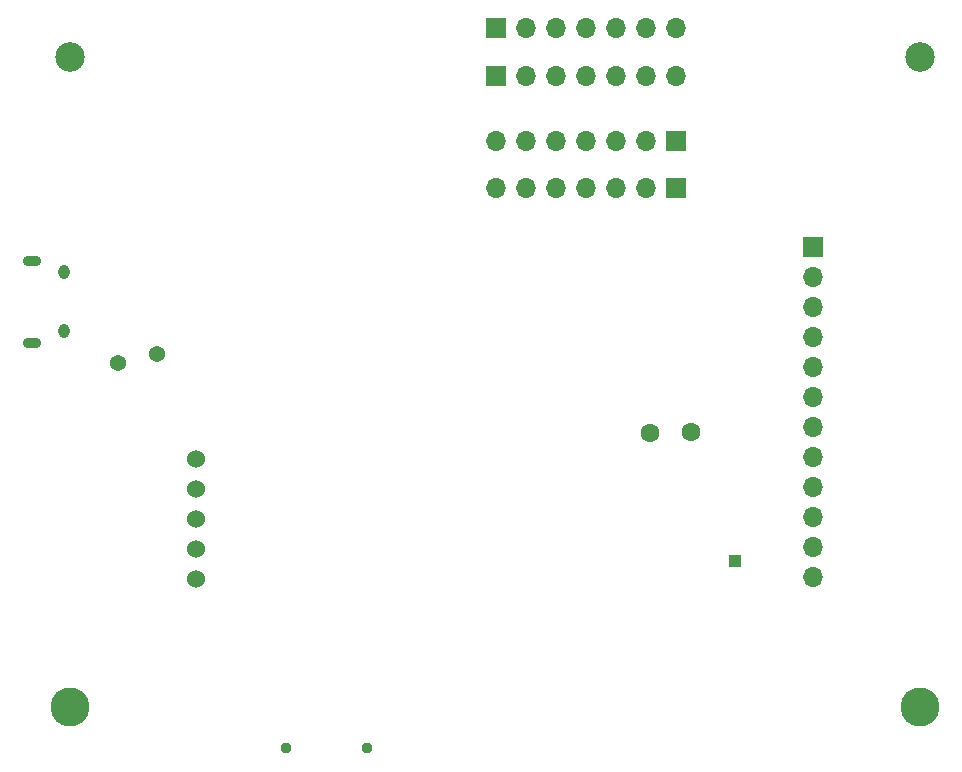
<source format=gbr>
%TF.GenerationSoftware,KiCad,Pcbnew,8.0.5*%
%TF.CreationDate,2024-11-04T18:47:41-08:00*%
%TF.ProjectId,digitalclock,64696769-7461-46c6-936c-6f636b2e6b69,rev?*%
%TF.SameCoordinates,Original*%
%TF.FileFunction,Soldermask,Bot*%
%TF.FilePolarity,Negative*%
%FSLAX46Y46*%
G04 Gerber Fmt 4.6, Leading zero omitted, Abs format (unit mm)*
G04 Created by KiCad (PCBNEW 8.0.5) date 2024-11-04 18:47:41*
%MOMM*%
%LPD*%
G01*
G04 APERTURE LIST*
G04 Aperture macros list*
%AMRoundRect*
0 Rectangle with rounded corners*
0 $1 Rounding radius*
0 $2 $3 $4 $5 $6 $7 $8 $9 X,Y pos of 4 corners*
0 Add a 4 corners polygon primitive as box body*
4,1,4,$2,$3,$4,$5,$6,$7,$8,$9,$2,$3,0*
0 Add four circle primitives for the rounded corners*
1,1,$1+$1,$2,$3*
1,1,$1+$1,$4,$5*
1,1,$1+$1,$6,$7*
1,1,$1+$1,$8,$9*
0 Add four rect primitives between the rounded corners*
20,1,$1+$1,$2,$3,$4,$5,0*
20,1,$1+$1,$4,$5,$6,$7,0*
20,1,$1+$1,$6,$7,$8,$9,0*
20,1,$1+$1,$8,$9,$2,$3,0*%
G04 Aperture macros list end*
%ADD10C,1.524000*%
%ADD11C,0.950000*%
%ADD12C,2.500000*%
%ADD13R,1.000000X1.000000*%
%ADD14C,3.301600*%
%ADD15R,1.700000X1.700000*%
%ADD16O,1.700000X1.700000*%
%ADD17O,1.550000X0.890000*%
%ADD18O,0.950000X1.250000*%
%ADD19RoundRect,0.685800X0.000010X0.000010X-0.000010X0.000010X-0.000010X-0.000010X0.000010X-0.000010X0*%
%ADD20RoundRect,0.800800X-0.000010X-0.000010X0.000010X-0.000010X0.000010X0.000010X-0.000010X0.000010X0*%
G04 APERTURE END LIST*
D10*
%TO.C,J4*%
X128440000Y-110280000D03*
X128440000Y-107740000D03*
X128440000Y-105200000D03*
X128440000Y-102660000D03*
X128440000Y-100120000D03*
%TD*%
D11*
%TO.C,J2*%
X136070000Y-124580000D03*
X142870000Y-124580000D03*
%TD*%
D12*
%TO.C,@HOLE1*%
X117720000Y-66070000D03*
%TD*%
D13*
%TO.C,TP1*%
X174040800Y-108712000D03*
%TD*%
D14*
%TO.C,P$1*%
X117720000Y-121070000D03*
%TD*%
D15*
%TO.C,J6*%
X169030000Y-73150000D03*
D16*
X166490000Y-73150000D03*
X163950000Y-73150000D03*
X161410000Y-73150000D03*
X158870000Y-73150000D03*
X156330000Y-73150000D03*
X153790000Y-73150000D03*
%TD*%
D15*
%TO.C,J7*%
X153790000Y-67700000D03*
D16*
X156330000Y-67700000D03*
X158870000Y-67700000D03*
X161410000Y-67700000D03*
X163950000Y-67700000D03*
X166490000Y-67700000D03*
X169030000Y-67700000D03*
%TD*%
D15*
%TO.C,J3*%
X180650000Y-82170000D03*
D16*
X180650000Y-84710000D03*
X180650000Y-87250000D03*
X180650000Y-89790000D03*
X180650000Y-92330000D03*
X180650000Y-94870000D03*
X180650000Y-97410000D03*
X180650000Y-99950000D03*
X180650000Y-102490000D03*
X180650000Y-105030000D03*
X180650000Y-107570000D03*
X180650000Y-110110000D03*
%TD*%
D14*
%TO.C,P$2*%
X189720000Y-121070000D03*
%TD*%
D15*
%TO.C,J8*%
X169030000Y-77150000D03*
D16*
X166490000Y-77150000D03*
X163950000Y-77150000D03*
X161410000Y-77150000D03*
X158870000Y-77150000D03*
X156330000Y-77150000D03*
X153790000Y-77150000D03*
%TD*%
D17*
%TO.C,X2*%
X114540000Y-83310000D03*
D18*
X117240000Y-84310000D03*
X117240000Y-89310000D03*
D17*
X114540000Y-90310000D03*
%TD*%
D12*
%TO.C,@HOLE2*%
X189720000Y-66070000D03*
%TD*%
D15*
%TO.C,J5*%
X153790000Y-63600000D03*
D16*
X156330000Y-63600000D03*
X158870000Y-63600000D03*
X161410000Y-63600000D03*
X163950000Y-63600000D03*
X166490000Y-63600000D03*
X169030000Y-63600000D03*
%TD*%
D19*
%TO.C,TP3*%
X125145800Y-91236800D03*
%TD*%
%TO.C,TP2*%
X121800000Y-91960000D03*
%TD*%
D20*
%TO.C,TP5*%
X170350000Y-97800000D03*
%TD*%
%TO.C,TP4*%
X166850000Y-97950000D03*
%TD*%
M02*

</source>
